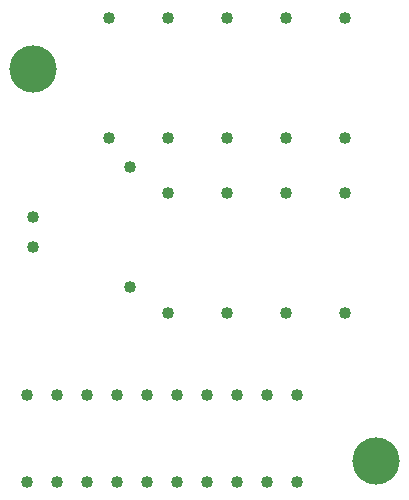
<source format=gbr>
G04 PROTEUS GERBER X2 FILE*
%TF.GenerationSoftware,Labcenter,Proteus,8.9-SP0-Build27865*%
%TF.CreationDate,2020-09-01T01:31:35+00:00*%
%TF.FileFunction,Plated,1,2,PTH*%
%TF.FilePolarity,Positive*%
%TF.Part,Single*%
%TF.SameCoordinates,{645d2930-4b01-4661-932c-4068817f58a5}*%
%FSLAX45Y45*%
%MOMM*%
G01*
%TA.AperFunction,ComponentDrill*%
%ADD22C,1.016000*%
%TA.AperFunction,OtherDrill,Unknown*%
%ADD23C,4.000000*%
%TD.AperFunction*%
D22*
X-8500000Y+7234000D03*
X-8500000Y+8250000D03*
X-8000000Y+7234000D03*
X-8000000Y+8250000D03*
X-7500000Y+7234000D03*
X-7500000Y+8250000D03*
X-7000000Y+7234000D03*
X-7000000Y+8250000D03*
X-6500000Y+7234000D03*
X-6500000Y+8250000D03*
X-8320000Y+5970000D03*
X-8320000Y+6986000D03*
X-8000000Y+5750000D03*
X-8000000Y+6766000D03*
X-7500000Y+5750000D03*
X-7500000Y+6766000D03*
X-7000000Y+5750000D03*
X-7000000Y+6766000D03*
X-6500000Y+5750000D03*
X-6500000Y+6766000D03*
D23*
X-6240000Y+4500000D03*
X-9140000Y+7820000D03*
D22*
X-9140000Y+6564000D03*
X-9140000Y+6310000D03*
X-6908000Y+4320000D03*
X-7162000Y+4320000D03*
X-7416000Y+4320000D03*
X-7670000Y+4320000D03*
X-7924000Y+4320000D03*
X-8178000Y+4320000D03*
X-8432000Y+4320000D03*
X-8686000Y+4320000D03*
X-8940000Y+4320000D03*
X-9194000Y+4320000D03*
X-9192000Y+5060000D03*
X-8938000Y+5060000D03*
X-8684000Y+5060000D03*
X-8430000Y+5060000D03*
X-8176000Y+5060000D03*
X-7922000Y+5060000D03*
X-7668000Y+5060000D03*
X-7414000Y+5060000D03*
X-7160000Y+5060000D03*
X-6906000Y+5060000D03*
M02*

</source>
